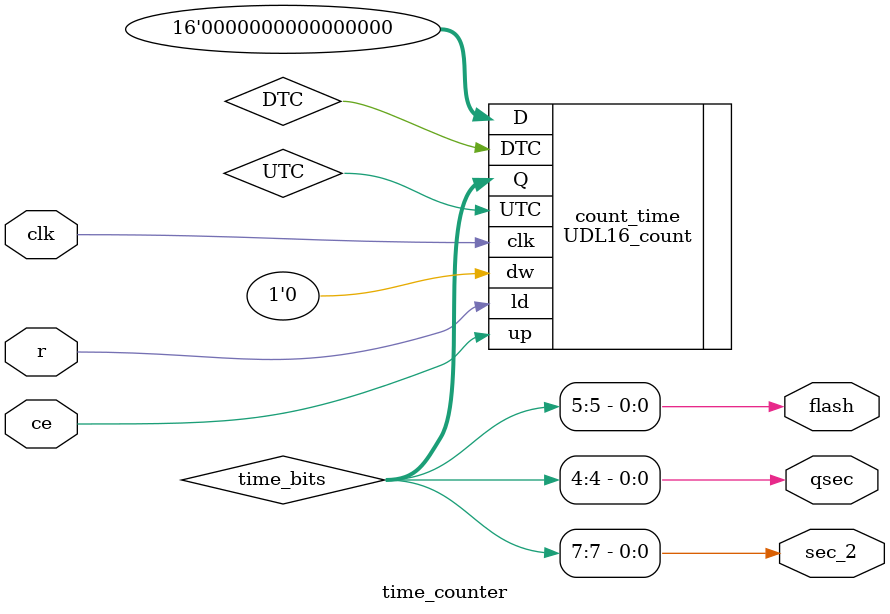
<source format=v>
`timescale 1ns / 1ps


module time_counter(
    input clk,
    input ce,
    input r,
    output sec_2,
    output qsec,
    output flash
    );
    
    //declare wires to store 16-bit counter outputs
    wire UTC, DTC;
    wire [15:0]time_bits;
    
    //call instance of 16-bit counter
    UDL16_count count_time(.clk(clk),.up(ce),.dw(1'b0),.ld(r),.D({16{1'b0}}),.UTC(UTC),.DTC(DTC),.Q(time_bits));
    
    //assign output values
    assign sec_2 = time_bits[7];
    assign flash = time_bits[5];
    assign qsec = time_bits[4];
    
endmodule

</source>
